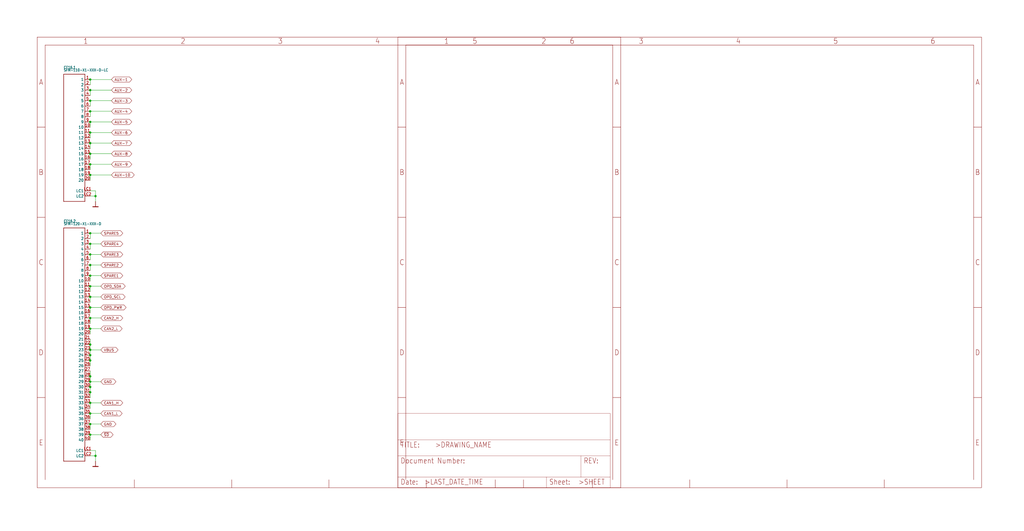
<source format=kicad_sch>
(kicad_sch (version 20211123) (generator eeschema)
  (paper "User" 490.22 254.406)
  (lib_symbols
    (symbol "oresat-backplane-2u-eagle-import:FRAME_A_L"
      (symbol "FRAME_A_L_0_0"
        (polyline (pts (xy 0 43.18) (xy 3.81 43.18)))
        (polyline (pts (xy 0 86.36) (xy 3.81 86.36)))
        (polyline (pts (xy 0 129.54) (xy 3.81 129.54)))
        (polyline (pts (xy 0 172.72) (xy 3.81 172.72)))
        (polyline (pts (xy 3.81 3.81) (xy 3.81 212.09)))
        (polyline (pts (xy 46.5667 0) (xy 46.5667 3.81)))
        (polyline (pts (xy 93.1333 0) (xy 93.1333 3.81)))
        (polyline (pts (xy 139.7 0) (xy 139.7 3.81)))
        (polyline (pts (xy 186.2667 0) (xy 186.2667 3.81)))
        (polyline (pts (xy 232.8333 0) (xy 232.8333 3.81)))
        (polyline (pts (xy 275.59 3.81) (xy 275.59 212.09)))
        (polyline (pts (xy 275.59 43.18) (xy 279.4 43.18)))
        (polyline (pts (xy 275.59 86.36) (xy 279.4 86.36)))
        (polyline (pts (xy 275.59 129.54) (xy 279.4 129.54)))
        (polyline (pts (xy 275.59 172.72) (xy 279.4 172.72)))
        (polyline (pts (xy 275.59 212.09) (xy 3.81 212.09)))
        (polyline (pts (xy 0 0) (xy 279.4 0) (xy 279.4 215.9) (xy 0 215.9) (xy 0 0)))
        (text "1" (at 23.2833 213.995 0) (effects (font (size 2.54 2.286))))
        (text "2" (at 69.85 213.995 0) (effects (font (size 2.54 2.286))))
        (text "3" (at 116.4167 213.995 0) (effects (font (size 2.54 2.286))))
        (text "4" (at 162.9833 213.995 0) (effects (font (size 2.54 2.286))))
        (text "5" (at 209.55 213.995 0) (effects (font (size 2.54 2.286))))
        (text "6" (at 256.1167 213.995 0) (effects (font (size 2.54 2.286))))
        (text "A" (at 1.905 194.31 0) (effects (font (size 2.54 2.286))))
        (text "A" (at 277.495 194.31 0) (effects (font (size 2.54 2.286))))
        (text "B" (at 1.905 151.13 0) (effects (font (size 2.54 2.286))))
        (text "B" (at 277.495 151.13 0) (effects (font (size 2.54 2.286))))
        (text "C" (at 1.905 107.95 0) (effects (font (size 2.54 2.286))))
        (text "C" (at 277.495 107.95 0) (effects (font (size 2.54 2.286))))
        (text "D" (at 1.905 64.77 0) (effects (font (size 2.54 2.286))))
        (text "D" (at 277.495 64.77 0) (effects (font (size 2.54 2.286))))
        (text "E" (at 1.905 21.59 0) (effects (font (size 2.54 2.286))))
        (text "E" (at 277.495 21.59 0) (effects (font (size 2.54 2.286))))
      )
      (symbol "FRAME_A_L_2_0"
        (polyline (pts (xy 0 0) (xy 0 5.08)) (stroke (width 0.1016)))
        (polyline (pts (xy 0 0) (xy 71.12 0)) (stroke (width 0.1016)))
        (polyline (pts (xy 0 5.08) (xy 0 15.24)) (stroke (width 0.1016)))
        (polyline (pts (xy 0 5.08) (xy 71.12 5.08)) (stroke (width 0.1016)))
        (polyline (pts (xy 0 15.24) (xy 0 22.86)) (stroke (width 0.1016)))
        (polyline (pts (xy 0 22.86) (xy 0 35.56)) (stroke (width 0.1016)))
        (polyline (pts (xy 0 22.86) (xy 101.6 22.86)) (stroke (width 0.1016)))
        (polyline (pts (xy 71.12 0) (xy 101.6 0)) (stroke (width 0.1016)))
        (polyline (pts (xy 71.12 5.08) (xy 71.12 0)) (stroke (width 0.1016)))
        (polyline (pts (xy 71.12 5.08) (xy 87.63 5.08)) (stroke (width 0.1016)))
        (polyline (pts (xy 87.63 5.08) (xy 101.6 5.08)) (stroke (width 0.1016)))
        (polyline (pts (xy 87.63 15.24) (xy 0 15.24)) (stroke (width 0.1016)))
        (polyline (pts (xy 87.63 15.24) (xy 87.63 5.08)) (stroke (width 0.1016)))
        (polyline (pts (xy 101.6 5.08) (xy 101.6 0)) (stroke (width 0.1016)))
        (polyline (pts (xy 101.6 15.24) (xy 87.63 15.24)) (stroke (width 0.1016)))
        (polyline (pts (xy 101.6 15.24) (xy 101.6 5.08)) (stroke (width 0.1016)))
        (polyline (pts (xy 101.6 22.86) (xy 101.6 15.24)) (stroke (width 0.1016)))
        (polyline (pts (xy 101.6 35.56) (xy 0 35.56)) (stroke (width 0.1016)))
        (polyline (pts (xy 101.6 35.56) (xy 101.6 22.86)) (stroke (width 0.1016)))
        (text ">DRAWING_NAME" (at 17.78 19.05 0) (effects (font (size 2.54 2.159)) (justify left bottom)))
        (text ">LAST_DATE_TIME" (at 12.7 1.27 0) (effects (font (size 2.54 2.159)) (justify left bottom)))
        (text ">SHEET" (at 86.36 1.27 0) (effects (font (size 2.54 2.159)) (justify left bottom)))
        (text "Date:" (at 1.27 1.27 0) (effects (font (size 2.54 2.159)) (justify left bottom)))
        (text "Document Number:" (at 1.27 11.43 0) (effects (font (size 2.54 2.159)) (justify left bottom)))
        (text "REV:" (at 88.9 11.43 0) (effects (font (size 2.54 2.159)) (justify left bottom)))
        (text "Sheet:" (at 72.39 1.27 0) (effects (font (size 2.54 2.159)) (justify left bottom)))
        (text "TITLE:" (at 1.27 19.05 0) (effects (font (size 2.54 2.159)) (justify left bottom)))
      )
    )
    (symbol "oresat-backplane-2u-eagle-import:GND" (power)
      (symbol "GND_1_0"
        (polyline (pts (xy -1.27 -2.54) (xy 1.27 -2.54)) (stroke (width 0.4064)))
        (pin power_in line (at 0 0 270) (length 2.54) (name "GND") (number "1"))
      )
    )
    (symbol "oresat-backplane-2u-eagle-import:SFM-110-X1-XXX-D-LC"
      (property "Reference" "CF" (at -2.54 33.02 0))
      (property "Value" "SFM-110-X1-XXX-D-LC" (at -2.54 31.75 0))
      (symbol "SFM-110-X1-XXX-D-LC_1_0"
        (polyline (pts (xy -2.54 -30.48) (xy -2.54 30.48)) (stroke (width 0.254)))
        (polyline (pts (xy -2.54 30.48) (xy 7.62 30.48)) (stroke (width 0.254)))
        (polyline (pts (xy 7.62 -30.48) (xy -2.54 -30.48)) (stroke (width 0.254)))
        (polyline (pts (xy 7.62 30.48) (xy 7.62 -30.48)) (stroke (width 0.254)))
        (pin passive line (at 10.16 27.94 180) (length 2.54) (name "1") (number "1"))
        (pin passive line (at 10.16 5.08 180) (length 2.54) (name "10") (number "10"))
        (pin passive line (at 10.16 2.54 180) (length 2.54) (name "11") (number "11"))
        (pin passive line (at 10.16 0 180) (length 2.54) (name "12") (number "12"))
        (pin passive line (at 10.16 -2.54 180) (length 2.54) (name "13") (number "13"))
        (pin passive line (at 10.16 -5.08 180) (length 2.54) (name "14") (number "14"))
        (pin passive line (at 10.16 -7.62 180) (length 2.54) (name "15") (number "15"))
        (pin passive line (at 10.16 -10.16 180) (length 2.54) (name "16") (number "16"))
        (pin passive line (at 10.16 -12.7 180) (length 2.54) (name "17") (number "17"))
        (pin passive line (at 10.16 -15.24 180) (length 2.54) (name "18") (number "18"))
        (pin passive line (at 10.16 -17.78 180) (length 2.54) (name "19") (number "19"))
        (pin passive line (at 10.16 25.4 180) (length 2.54) (name "2") (number "2"))
        (pin passive line (at 10.16 -20.32 180) (length 2.54) (name "20") (number "20"))
        (pin passive line (at 10.16 22.86 180) (length 2.54) (name "3") (number "3"))
        (pin passive line (at 10.16 20.32 180) (length 2.54) (name "4") (number "4"))
        (pin passive line (at 10.16 17.78 180) (length 2.54) (name "5") (number "5"))
        (pin passive line (at 10.16 15.24 180) (length 2.54) (name "6") (number "6"))
        (pin passive line (at 10.16 12.7 180) (length 2.54) (name "7") (number "7"))
        (pin passive line (at 10.16 10.16 180) (length 2.54) (name "8") (number "8"))
        (pin passive line (at 10.16 7.62 180) (length 2.54) (name "9") (number "9"))
        (pin passive line (at 10.16 -25.4 180) (length 2.54) (name "LC1") (number "LC1"))
        (pin passive line (at 10.16 -27.94 180) (length 2.54) (name "LC2") (number "LC2"))
      )
    )
    (symbol "oresat-backplane-2u-eagle-import:SFM-120-X1-XXX-D"
      (property "Reference" "J" (at -2.54 50.8 0))
      (property "Value" "SFM-120-X1-XXX-D" (at -2.54 49.53 0))
      (symbol "SFM-120-X1-XXX-D_1_0"
        (polyline (pts (xy -2.54 -63.5) (xy -2.54 48.26)) (stroke (width 0.254)))
        (polyline (pts (xy -2.54 48.26) (xy 7.62 48.26)) (stroke (width 0.254)))
        (polyline (pts (xy 7.62 -63.5) (xy -2.54 -63.5)) (stroke (width 0.254)))
        (polyline (pts (xy 7.62 48.26) (xy 7.62 -63.5)) (stroke (width 0.254)))
        (pin passive line (at 10.16 45.72 180) (length 2.54) (name "1") (number "1"))
        (pin passive line (at 10.16 22.86 180) (length 2.54) (name "10") (number "10"))
        (pin passive line (at 10.16 20.32 180) (length 2.54) (name "11") (number "11"))
        (pin passive line (at 10.16 17.78 180) (length 2.54) (name "12") (number "12"))
        (pin passive line (at 10.16 15.24 180) (length 2.54) (name "13") (number "13"))
        (pin passive line (at 10.16 12.7 180) (length 2.54) (name "14") (number "14"))
        (pin passive line (at 10.16 10.16 180) (length 2.54) (name "15") (number "15"))
        (pin passive line (at 10.16 7.62 180) (length 2.54) (name "16") (number "16"))
        (pin passive line (at 10.16 5.08 180) (length 2.54) (name "17") (number "17"))
        (pin passive line (at 10.16 2.54 180) (length 2.54) (name "18") (number "18"))
        (pin passive line (at 10.16 0 180) (length 2.54) (name "19") (number "19"))
        (pin passive line (at 10.16 43.18 180) (length 2.54) (name "2") (number "2"))
        (pin passive line (at 10.16 -2.54 180) (length 2.54) (name "20") (number "20"))
        (pin passive line (at 10.16 -5.08 180) (length 2.54) (name "21") (number "21"))
        (pin passive line (at 10.16 -7.62 180) (length 2.54) (name "22") (number "22"))
        (pin passive line (at 10.16 -10.16 180) (length 2.54) (name "23") (number "23"))
        (pin passive line (at 10.16 -12.7 180) (length 2.54) (name "24") (number "24"))
        (pin passive line (at 10.16 -15.24 180) (length 2.54) (name "25") (number "25"))
        (pin passive line (at 10.16 -17.78 180) (length 2.54) (name "26") (number "26"))
        (pin passive line (at 10.16 -20.32 180) (length 2.54) (name "27") (number "27"))
        (pin passive line (at 10.16 -22.86 180) (length 2.54) (name "28") (number "28"))
        (pin passive line (at 10.16 -25.4 180) (length 2.54) (name "29") (number "29"))
        (pin passive line (at 10.16 40.64 180) (length 2.54) (name "3") (number "3"))
        (pin passive line (at 10.16 -27.94 180) (length 2.54) (name "30") (number "30"))
        (pin passive line (at 10.16 -30.48 180) (length 2.54) (name "31") (number "31"))
        (pin passive line (at 10.16 -33.02 180) (length 2.54) (name "32") (number "32"))
        (pin passive line (at 10.16 -35.56 180) (length 2.54) (name "33") (number "33"))
        (pin passive line (at 10.16 -38.1 180) (length 2.54) (name "34") (number "34"))
        (pin passive line (at 10.16 -40.64 180) (length 2.54) (name "35") (number "35"))
        (pin passive line (at 10.16 -43.18 180) (length 2.54) (name "36") (number "36"))
        (pin passive line (at 10.16 -45.72 180) (length 2.54) (name "37") (number "37"))
        (pin passive line (at 10.16 -48.26 180) (length 2.54) (name "38") (number "38"))
        (pin passive line (at 10.16 -50.8 180) (length 2.54) (name "39") (number "39"))
        (pin passive line (at 10.16 38.1 180) (length 2.54) (name "4") (number "4"))
        (pin passive line (at 10.16 -53.34 180) (length 2.54) (name "40") (number "40"))
        (pin passive line (at 10.16 35.56 180) (length 2.54) (name "5") (number "5"))
        (pin passive line (at 10.16 33.02 180) (length 2.54) (name "6") (number "6"))
        (pin passive line (at 10.16 30.48 180) (length 2.54) (name "7") (number "7"))
        (pin passive line (at 10.16 27.94 180) (length 2.54) (name "8") (number "8"))
        (pin passive line (at 10.16 25.4 180) (length 2.54) (name "9") (number "9"))
        (pin passive line (at 10.16 -58.42 180) (length 2.54) (name "LC1") (number "LC1"))
        (pin passive line (at 10.16 -60.96 180) (length 2.54) (name "LC2") (number "LC2"))
      )
    )
  )
  (junction (at 45.72 218.44))
  (junction (at 43.18 157.48))
  (junction (at 43.18 73.66))
  (junction (at 43.18 43.18))
  (junction (at 45.72 93.98))
  (junction (at 43.18 68.58))
  (junction (at 43.18 142.24))
  (junction (at 43.18 152.4))
  (junction (at 43.18 121.92))
  (junction (at 43.18 127))
  (junction (at 43.18 137.16))
  (junction (at 43.18 78.74))
  (junction (at 43.18 182.88))
  (junction (at 43.18 147.32))
  (junction (at 43.18 203.2))
  (junction (at 43.18 48.26))
  (junction (at 43.18 187.96))
  (junction (at 43.18 208.28))
  (junction (at 43.18 132.08))
  (junction (at 43.18 167.64))
  (junction (at 43.18 193.04))
  (junction (at 43.18 180.34))
  (junction (at 43.18 111.76))
  (junction (at 43.18 116.84))
  (junction (at 43.18 38.1))
  (junction (at 43.18 198.12))
  (junction (at 43.18 58.42))
  (junction (at 43.18 165.1))
  (junction (at 43.18 172.72))
  (junction (at 43.18 170.18))
  (junction (at 43.18 53.34))
  (junction (at 43.18 63.5))
  (junction (at 43.18 83.82))
  (junction (at 43.18 185.42))
  (wire (pts (xy 43.18 152.4) (xy 43.18 154.94)))
  (wire (pts (xy 43.18 38.1) (xy 43.18 40.64)))
  (wire (pts (xy 43.18 53.34) (xy 43.18 55.88)))
  (wire (pts (xy 43.18 172.72) (xy 43.18 170.18)))
  (wire (pts (xy 43.18 38.1) (xy 53.34 38.1)))
  (wire (pts (xy 48.26 157.48) (xy 43.18 157.48)))
  (wire (pts (xy 43.18 185.42) (xy 43.18 187.96)))
  (wire (pts (xy 43.18 58.42) (xy 53.34 58.42)))
  (wire (pts (xy 43.18 48.26) (xy 53.34 48.26)))
  (wire (pts (xy 43.18 58.42) (xy 43.18 60.96)))
  (wire (pts (xy 48.26 152.4) (xy 43.18 152.4)))
  (wire (pts (xy 43.18 111.76) (xy 43.18 114.3)))
  (wire (pts (xy 48.26 203.2) (xy 43.18 203.2)))
  (wire (pts (xy 43.18 73.66) (xy 43.18 76.2)))
  (wire (pts (xy 48.26 208.28) (xy 43.18 208.28)))
  (wire (pts (xy 48.26 193.04) (xy 43.18 193.04)))
  (wire (pts (xy 43.18 193.04) (xy 43.18 195.58)))
  (wire (pts (xy 43.18 73.66) (xy 53.34 73.66)))
  (wire (pts (xy 43.18 63.5) (xy 53.34 63.5)))
  (wire (pts (xy 43.18 170.18) (xy 43.18 167.64)))
  (wire (pts (xy 43.18 111.76) (xy 48.26 111.76)))
  (wire (pts (xy 43.18 182.88) (xy 43.18 180.34)))
  (wire (pts (xy 45.72 91.44) (xy 43.18 91.44)))
  (wire (pts (xy 45.72 93.98) (xy 43.18 93.98)))
  (wire (pts (xy 43.18 157.48) (xy 43.18 160.02)))
  (wire (pts (xy 43.18 121.92) (xy 43.18 124.46)))
  (wire (pts (xy 43.18 68.58) (xy 43.18 71.12)))
  (wire (pts (xy 48.26 167.64) (xy 43.18 167.64)))
  (wire (pts (xy 43.18 48.26) (xy 43.18 50.8)))
  (wire (pts (xy 43.18 116.84) (xy 43.18 119.38)))
  (wire (pts (xy 43.18 180.34) (xy 43.18 177.8)))
  (wire (pts (xy 43.18 165.1) (xy 43.18 162.56)))
  (wire (pts (xy 43.18 132.08) (xy 43.18 134.62)))
  (wire (pts (xy 43.18 203.2) (xy 43.18 205.74)))
  (wire (pts (xy 48.26 182.88) (xy 43.18 182.88)))
  (wire (pts (xy 43.18 83.82) (xy 43.18 86.36)))
  (wire (pts (xy 43.18 63.5) (xy 43.18 66.04)))
  (wire (pts (xy 43.18 137.16) (xy 43.18 139.7)))
  (wire (pts (xy 43.18 83.82) (xy 53.34 83.82)))
  (wire (pts (xy 48.26 147.32) (xy 43.18 147.32)))
  (wire (pts (xy 43.18 215.9) (xy 45.72 215.9)))
  (wire (pts (xy 43.18 187.96) (xy 43.18 190.5)))
  (wire (pts (xy 43.18 53.34) (xy 53.34 53.34)))
  (wire (pts (xy 43.18 218.44) (xy 45.72 218.44)))
  (wire (pts (xy 43.18 167.64) (xy 43.18 165.1)))
  (wire (pts (xy 43.18 78.74) (xy 43.18 81.28)))
  (wire (pts (xy 43.18 43.18) (xy 53.34 43.18)))
  (wire (pts (xy 48.26 137.16) (xy 43.18 137.16)))
  (wire (pts (xy 43.18 182.88) (xy 43.18 185.42)))
  (wire (pts (xy 45.72 215.9) (xy 45.72 218.44)))
  (wire (pts (xy 43.18 198.12) (xy 43.18 200.66)))
  (wire (pts (xy 43.18 147.32) (xy 43.18 149.86)))
  (wire (pts (xy 43.18 172.72) (xy 43.18 175.26)))
  (wire (pts (xy 48.26 142.24) (xy 43.18 142.24)))
  (wire (pts (xy 43.18 208.28) (xy 43.18 210.82)))
  (wire (pts (xy 48.26 198.12) (xy 43.18 198.12)))
  (wire (pts (xy 43.18 78.74) (xy 53.34 78.74)))
  (wire (pts (xy 45.72 96.52) (xy 45.72 93.98)))
  (wire (pts (xy 45.72 93.98) (xy 45.72 91.44)))
  (wire (pts (xy 48.26 127) (xy 43.18 127)))
  (wire (pts (xy 43.18 121.92) (xy 48.26 121.92)))
  (wire (pts (xy 43.18 116.84) (xy 48.26 116.84)))
  (wire (pts (xy 45.72 218.44) (xy 45.72 220.98)))
  (wire (pts (xy 43.18 127) (xy 43.18 129.54)))
  (wire (pts (xy 43.18 142.24) (xy 43.18 144.78)))
  (wire (pts (xy 43.18 43.18) (xy 43.18 45.72)))
  (wire (pts (xy 48.26 132.08) (xy 43.18 132.08)))
  (wire (pts (xy 43.18 68.58) (xy 53.34 68.58)))
  (global_label "AUX-7" (shape bidirectional) (at 53.34 68.58 0) (effects (font (size 1.2446 1.2446))) (property "Intersheet References" "${INTERSHEET_REFS}" (effects hide)))
  (global_label "AUX-10" (shape bidirectional) (at 53.34 83.82 0) (effects (font (size 1.2446 1.2446))) (property "Intersheet References" "${INTERSHEET_REFS}" (effects hide)))
  (global_label "AUX-5" (shape bidirectional) (at 53.34 58.42 0) (effects (font (size 1.2446 1.2446))) (property "Intersheet References" "${INTERSHEET_REFS}" (effects hide)))
  (global_label "AUX-4" (shape bidirectional) (at 53.34 53.34 0) (effects (font (size 1.2446 1.2446))) (property "Intersheet References" "${INTERSHEET_REFS}" (effects hide)))
  (global_label "OPD_SDA" (shape bidirectional) (at 48.26 137.16 0) (effects (font (size 1.2446 1.2446))) (property "Intersheet References" "${INTERSHEET_REFS}" (effects hide)))
  (global_label "OPD_PWR" (shape bidirectional) (at 48.26 147.32 0) (effects (font (size 1.2446 1.2446))) (property "Intersheet References" "${INTERSHEET_REFS}" (effects hide)))
  (global_label "AUX-3" (shape bidirectional) (at 53.34 48.26 0) (effects (font (size 1.2446 1.2446))) (property "Intersheet References" "${INTERSHEET_REFS}" (effects hide)))
  (global_label "SPARE4" (shape bidirectional) (at 48.26 116.84 0) (effects (font (size 1.2446 1.2446))) (property "Intersheet References" "${INTERSHEET_REFS}" (effects hide)))
  (global_label "OPD_SCL" (shape bidirectional) (at 48.26 142.24 0) (effects (font (size 1.2446 1.2446))) (property "Intersheet References" "${INTERSHEET_REFS}" (effects hide)))
  (global_label "CAN1_L" (shape bidirectional) (at 48.26 198.12 0) (effects (font (size 1.2446 1.2446))) (property "Intersheet References" "${INTERSHEET_REFS}" (effects hide)))
  (global_label "SPARE5" (shape bidirectional) (at 48.26 111.76 0) (effects (font (size 1.2446 1.2446))) (property "Intersheet References" "${INTERSHEET_REFS}" (effects hide)))
  (global_label "SPARE2" (shape bidirectional) (at 48.26 127 0) (effects (font (size 1.2446 1.2446))) (property "Intersheet References" "${INTERSHEET_REFS}" (effects hide)))
  (global_label "~{SD}" (shape bidirectional) (at 48.26 208.28 0) (effects (font (size 1.2446 1.2446))) (property "Intersheet References" "${INTERSHEET_REFS}" (effects hide)))
  (global_label "CAN2_H" (shape bidirectional) (at 48.26 152.4 0) (effects (font (size 1.2446 1.2446))) (property "Intersheet References" "${INTERSHEET_REFS}" (effects hide)))
  (global_label "AUX-1" (shape bidirectional) (at 53.34 38.1 0) (effects (font (size 1.2446 1.2446))) (property "Intersheet References" "${INTERSHEET_REFS}" (effects hide)))
  (global_label "SPARE1" (shape bidirectional) (at 48.26 132.08 0) (effects (font (size 1.2446 1.2446))) (property "Intersheet References" "${INTERSHEET_REFS}" (effects hide)))
  (global_label "AUX-8" (shape bidirectional) (at 53.34 73.66 0) (effects (font (size 1.2446 1.2446))) (property "Intersheet References" "${INTERSHEET_REFS}" (effects hide)))
  (global_label "GND" (shape bidirectional) (at 48.26 182.88 0) (effects (font (size 1.2446 1.2446))) (property "Intersheet References" "${INTERSHEET_REFS}" (effects hide)))
  (global_label "AUX-6" (shape bidirectional) (at 53.34 63.5 0) (effects (font (size 1.2446 1.2446))) (property "Intersheet References" "${INTERSHEET_REFS}" (effects hide)))
  (global_label "AUX-9" (shape bidirectional) (at 53.34 78.74 0) (effects (font (size 1.2446 1.2446))) (property "Intersheet References" "${INTERSHEET_REFS}" (effects hide)))
  (global_label "CAN2_L" (shape bidirectional) (at 48.26 157.48 0) (effects (font (size 1.2446 1.2446))) (property "Intersheet References" "${INTERSHEET_REFS}" (effects hide)))
  (global_label "SPARE3" (shape bidirectional) (at 48.26 121.92 0) (effects (font (size 1.2446 1.2446))) (property "Intersheet References" "${INTERSHEET_REFS}" (effects hide)))
  (global_label "GND" (shape bidirectional) (at 48.26 203.2 0) (effects (font (size 1.2446 1.2446))) (property "Intersheet References" "${INTERSHEET_REFS}" (effects hide)))
  (global_label "CAN1_H" (shape bidirectional) (at 48.26 193.04 0) (effects (font (size 1.2446 1.2446))) (property "Intersheet References" "${INTERSHEET_REFS}" (effects hide)))
  (global_label "VBUS" (shape bidirectional) (at 48.26 167.64 0) (effects (font (size 1.2446 1.2446))) (property "Intersheet References" "${INTERSHEET_REFS}" (effects hide)))
  (global_label "AUX-2" (shape bidirectional) (at 53.34 43.18 0) (effects (font (size 1.2446 1.2446))) (property "Intersheet References" "${INTERSHEET_REFS}" (effects hide)))
  (symbol (lib_id "oresat-backplane-2u-eagle-import:FRAME_A_L") (at 17.78 233.68 0) (unit 1)
    (property "Reference" "#FRAME5" (effects hide))
    (property "Value" "FRAME_A_L" (effects hide))
    (property "Footprint" "oresat-backplane-2u:" (effects hide))
  )
  (symbol (lib_id "oresat-backplane-2u-eagle-import:GND") (at 45.72 96.52 0) (unit 1)
    (property "Reference" "#GND029" (effects hide))
    (property "Value" "GND" (effects hide))
    (property "Footprint" "oresat-backplane-2u:" (effects hide))
  )
  (symbol (lib_id "oresat-backplane-2u-eagle-import:GND") (at 45.72 220.98 0) (unit 1)
    (property "Reference" "#GND025" (effects hide))
    (property "Value" "GND" (effects hide))
    (property "Footprint" "oresat-backplane-2u:" (effects hide))
  )
  (symbol (lib_id "oresat-backplane-2u-eagle-import:FRAME_A_L") (at 190.5 233.68 0) (unit 2)
    (property "Reference" "#FRAME5" (effects hide))
    (property "Value" "FRAME_A_L" (effects hide))
    (property "Footprint" "oresat-backplane-2u:" (effects hide))
  )
  (symbol (lib_id "oresat-backplane-2u-eagle-import:SFM-110-X1-XXX-D-LC") (at 33.02 66.04 0) (unit 1)
    (property "Reference" "CF16.1" (at 30.48 33.02 0) (effects (font (size 1.27 1.0795)) (justify left bottom)))
    (property "Value" "SFM-110-X1-XXX-D-LC" (at 30.48 34.29 0) (effects (font (size 1.27 1.0795)) (justify left bottom)))
    (property "Footprint" "oresat-backplane-2u:SFM-110-X1-XXX-D-LC" (effects hide))
  )
  (symbol (lib_id "oresat-backplane-2u-eagle-import:SFM-120-X1-XXX-D") (at 33.02 157.48 0) (unit 1)
    (property "Reference" "CF16.2" (at 30.48 106.68 0) (effects (font (size 1.27 1.0795)) (justify left bottom)))
    (property "Value" "SFM-120-X1-XXX-D" (at 30.48 107.95 0) (effects (font (size 1.27 1.0795)) (justify left bottom)))
    (property "Footprint" "oresat-backplane-2u:SFM-120-X1-XXX-D" (effects hide))
  )
)
</source>
